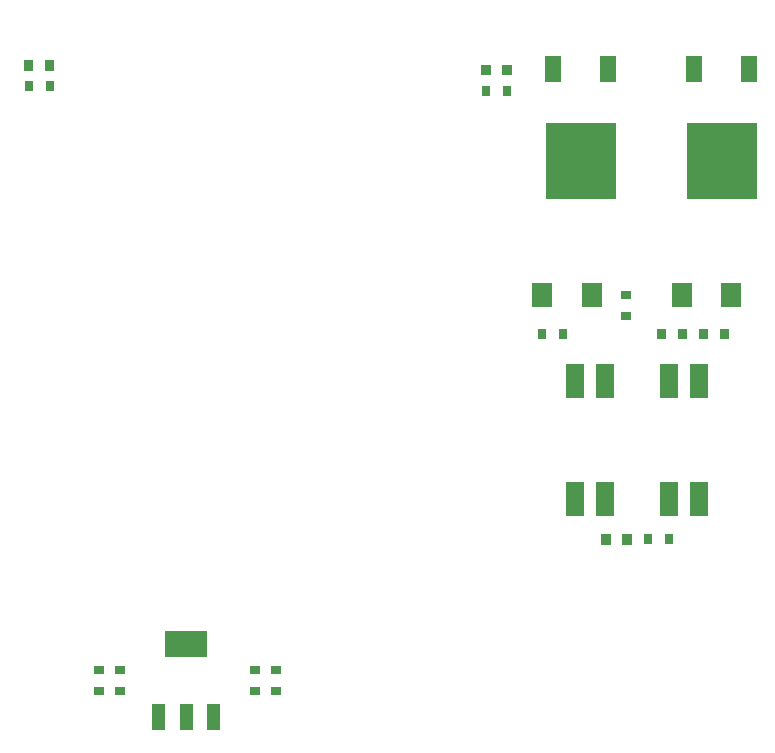
<source format=gtp>
G04 Layer: TopPasteMaskLayer*
G04 EasyEDA v6.4.19.4, 2021-06-11T14:51:01+08:00*
G04 1c108e45da03483e8fe651057a321652,2444bf6f38dc4a26b464d521983d9d6f,10*
G04 Gerber Generator version 0.2*
G04 Scale: 100 percent, Rotated: No, Reflected: No *
G04 Dimensions in millimeters *
G04 leading zeros omitted , absolute positions ,4 integer and 5 decimal *
%FSLAX45Y45*%
%MOMM*%

%ADD13R,1.8000X2.0000*%
%ADD14R,0.8000X0.9000*%
%ADD15R,1.3500X2.2000*%
%ADD16R,6.0000X6.5000*%
%ADD17R,0.9000X0.8000*%
%ADD18R,1.5000X3.0000*%

%LPD*%
D13*
G01*
X6433007Y7442200D03*
G01*
X6012992Y7442200D03*
G01*
X5251907Y7442200D03*
G01*
X4831892Y7442200D03*
G36*
X4316105Y9392185D02*
G01*
X4396104Y9392185D01*
X4396104Y9302183D01*
X4316105Y9302183D01*
G37*
G36*
X4493887Y9392183D02*
G01*
X4573887Y9392183D01*
X4573887Y9302186D01*
X4493887Y9302186D01*
G37*
G36*
X6053500Y9463295D02*
G01*
X6188499Y9463295D01*
X6188499Y9243296D01*
X6053500Y9243296D01*
G37*
D15*
G01*
X6579006Y9353804D03*
D16*
G01*
X6350000Y8578595D03*
G36*
X4859700Y9463295D02*
G01*
X4994699Y9463295D01*
X4994699Y9243296D01*
X4859700Y9243296D01*
G37*
D15*
G01*
X5385206Y9353804D03*
D16*
G01*
X5156200Y8578595D03*
D14*
G01*
X5727715Y5372100D03*
G01*
X5905489Y5372100D03*
G36*
X5979789Y7156998D02*
G01*
X6059789Y7156998D01*
X6059789Y7067001D01*
X5979789Y7067001D01*
G37*
G36*
X5802007Y7157001D02*
G01*
X5882007Y7157001D01*
X5882007Y7066998D01*
X5802007Y7066998D01*
G37*
G36*
X6335389Y7156998D02*
G01*
X6415389Y7156998D01*
X6415389Y7067001D01*
X6335389Y7067001D01*
G37*
G36*
X6157607Y7157001D02*
G01*
X6237607Y7157001D01*
X6237607Y7066998D01*
X6157607Y7066998D01*
G37*
G01*
X4356115Y9169400D03*
G01*
X4533889Y9169400D03*
G36*
X5509889Y5417098D02*
G01*
X5589889Y5417098D01*
X5589889Y5327101D01*
X5509889Y5327101D01*
G37*
G36*
X5332107Y5417101D02*
G01*
X5412107Y5417101D01*
X5412107Y5327098D01*
X5332107Y5327098D01*
G37*
G01*
X4826015Y7112000D03*
G01*
X5003789Y7112000D03*
D17*
G01*
X5537200Y7442184D03*
G01*
X5537200Y7264410D03*
D18*
G01*
X5105412Y6710296D03*
G01*
X5359412Y6710296D03*
G01*
X5359412Y5710298D03*
G01*
X5105412Y5710298D03*
G01*
X5905512Y6710296D03*
G01*
X6159512Y6710296D03*
G01*
X6159512Y5710298D03*
G01*
X5905512Y5710298D03*
D17*
G01*
X1079500Y4089400D03*
G01*
X1079500Y4267174D03*
G01*
X1257300Y4089400D03*
G01*
X1257300Y4267174D03*
G01*
X2400300Y4267200D03*
G01*
X2400300Y4089400D03*
G01*
X2578100Y4267200D03*
G01*
X2578100Y4089400D03*
G36*
X442605Y9430285D02*
G01*
X522604Y9430285D01*
X522604Y9340283D01*
X442605Y9340283D01*
G37*
G36*
X620387Y9430283D02*
G01*
X700387Y9430283D01*
X700387Y9340286D01*
X620387Y9340286D01*
G37*
D14*
G01*
X482600Y9207500D03*
G01*
X660400Y9207500D03*
G36*
X1531620Y3976370D02*
G01*
X1640839Y3976370D01*
X1640839Y3760470D01*
X1531620Y3760470D01*
G37*
G36*
X1762760Y3976370D02*
G01*
X1871979Y3976370D01*
X1871979Y3760470D01*
X1762760Y3760470D01*
G37*
G36*
X1991359Y3976370D02*
G01*
X2100579Y3976370D01*
X2100579Y3760470D01*
X1991359Y3760470D01*
G37*
G36*
X1642110Y4596129D02*
G01*
X1992629Y4596129D01*
X1992629Y4380229D01*
X1642110Y4380229D01*
G37*
M02*

</source>
